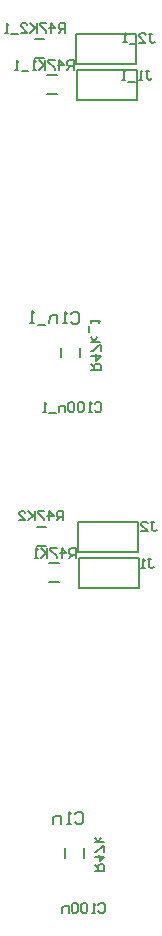
<source format=gbo>
G04 Layer_Color=32896*
%FSLAX24Y24*%
%MOIN*%
G70*
G01*
G75*
%ADD25C,0.0079*%
D25*
X-7210Y29980D02*
Y30980D01*
X-9210D02*
X-7210D01*
X-9210Y29980D02*
Y30980D01*
Y29980D02*
X-7210D01*
X-7231Y31190D02*
Y32190D01*
X-9231D02*
X-7231D01*
X-9231Y31190D02*
Y32190D01*
Y31190D02*
X-7231D01*
X-10187Y30815D02*
X-9873D01*
X-10187Y30185D02*
X-9873D01*
X-10597Y32005D02*
X-10283D01*
X-10597Y31375D02*
X-10283D01*
X-9725Y21403D02*
Y21717D01*
X-9095Y21403D02*
Y21717D01*
X-10117Y14535D02*
X-9803D01*
X-10117Y13905D02*
X-9803D01*
X-7140Y13700D02*
Y14700D01*
X-9140D02*
X-7140D01*
X-9140Y13700D02*
Y14700D01*
Y13700D02*
X-7140D01*
X-7161Y14910D02*
Y15910D01*
X-9161D02*
X-7161D01*
X-9161Y14910D02*
Y15910D01*
Y14910D02*
X-7161D01*
X-10527Y15725D02*
X-10213D01*
X-10527Y15095D02*
X-10213D01*
X-9605Y4713D02*
Y5027D01*
X-8975Y4713D02*
Y5027D01*
X-9388Y22851D02*
X-9322Y22916D01*
X-9191Y22914D01*
X-9126Y22848D01*
X-9129Y22586D01*
X-9196Y22521D01*
X-9327Y22522D01*
X-9392Y22589D01*
X-9524Y22525D02*
X-9655Y22527D01*
X-9589Y22526D01*
X-9584Y22919D01*
X-9519Y22853D01*
X-9851Y22529D02*
X-9848Y22791D01*
X-10045Y22794D01*
X-10111Y22729D01*
X-10114Y22532D01*
X-10246Y22468D02*
X-10508Y22471D01*
X-10639Y22539D02*
X-10770Y22540D01*
X-10704Y22540D01*
X-10699Y22933D01*
X-10635Y22867D01*
X-8600Y19842D02*
X-8547Y19895D01*
X-8442D01*
X-8390Y19842D01*
Y19632D01*
X-8442Y19580D01*
X-8547D01*
X-8600Y19632D01*
X-8705Y19580D02*
X-8810D01*
X-8757D01*
Y19895D01*
X-8705Y19842D01*
X-8967D02*
X-9020Y19895D01*
X-9125D01*
X-9177Y19842D01*
Y19632D01*
X-9125Y19580D01*
X-9020D01*
X-8967Y19632D01*
Y19842D01*
X-9282D02*
X-9335Y19895D01*
X-9440D01*
X-9492Y19842D01*
Y19632D01*
X-9440Y19580D01*
X-9335D01*
X-9282Y19632D01*
Y19842D01*
X-9597Y19580D02*
Y19790D01*
X-9754D01*
X-9807Y19737D01*
Y19580D01*
X-9912Y19528D02*
X-10122D01*
X-10227Y19580D02*
X-10332D01*
X-10279D01*
Y19895D01*
X-10227Y19842D01*
X-6910Y30955D02*
X-6805D01*
X-6857D01*
Y30692D01*
X-6805Y30640D01*
X-6752D01*
X-6700Y30692D01*
X-7015Y30640D02*
X-7120D01*
X-7067D01*
Y30955D01*
X-7015Y30902D01*
X-7277Y30588D02*
X-7487D01*
X-7592Y30640D02*
X-7697D01*
X-7645D01*
Y30955D01*
X-7592Y30902D01*
X-6803Y32190D02*
X-6698Y32187D01*
X-6750Y32188D01*
X-6756Y31926D01*
X-6705Y31872D01*
X-6652Y31871D01*
X-6599Y31922D01*
X-7125Y31882D02*
X-6915Y31877D01*
X-7120Y32092D01*
X-7119Y32144D01*
X-7065Y32195D01*
X-6960Y32193D01*
X-6909Y32139D01*
X-7231Y31832D02*
X-7441Y31837D01*
X-7544Y31891D02*
X-7649Y31894D01*
X-7597Y31893D01*
X-7590Y32207D01*
X-7538Y32154D01*
X-9310Y30990D02*
Y31305D01*
X-9467D01*
X-9520Y31252D01*
Y31147D01*
X-9467Y31095D01*
X-9310D01*
X-9415D02*
X-9520Y30990D01*
X-9782D02*
Y31305D01*
X-9625Y31147D01*
X-9835D01*
X-9940Y31305D02*
X-10150D01*
Y31252D01*
X-9940Y31042D01*
Y30990D01*
X-10255Y31305D02*
Y30990D01*
Y31095D01*
X-10464Y31305D01*
X-10307Y31147D01*
X-10464Y30990D01*
X-10569D02*
X-10674D01*
X-10622D01*
Y31305D01*
X-10569Y31252D01*
X-10832Y30938D02*
X-11042D01*
X-11147Y30990D02*
X-11252D01*
X-11199D01*
Y31305D01*
X-11147Y31252D01*
X-9600Y32220D02*
Y32535D01*
X-9757D01*
X-9810Y32482D01*
Y32377D01*
X-9757Y32325D01*
X-9600D01*
X-9705D02*
X-9810Y32220D01*
X-10072D02*
Y32535D01*
X-9915Y32377D01*
X-10125D01*
X-10230Y32535D02*
X-10440D01*
Y32482D01*
X-10230Y32272D01*
Y32220D01*
X-10545Y32535D02*
Y32220D01*
Y32325D01*
X-10754Y32535D01*
X-10597Y32377D01*
X-10754Y32220D01*
X-11069D02*
X-10859D01*
X-11069Y32430D01*
Y32482D01*
X-11017Y32535D01*
X-10912D01*
X-10859Y32482D01*
X-11174Y32168D02*
X-11384D01*
X-11489Y32220D02*
X-11594D01*
X-11542D01*
Y32535D01*
X-11489Y32482D01*
X-8720Y20970D02*
X-8405Y20973D01*
X-8406Y21130D01*
X-8459Y21182D01*
X-8564Y21181D01*
X-8616Y21128D01*
X-8615Y20971D01*
X-8616Y21076D02*
X-8722Y21180D01*
X-8724Y21442D02*
X-8409Y21445D01*
X-8565Y21286D01*
X-8567Y21496D01*
X-8410Y21602D02*
X-8412Y21812D01*
X-8464Y21812D01*
X-8673Y21600D01*
X-8725Y21600D01*
X-8728Y21915D02*
X-8413Y21917D01*
X-8623Y21915D02*
X-8519Y22074D01*
X-8623Y21915D02*
X-8729Y22072D01*
X-8783Y22229D02*
X-8784Y22439D01*
X-8733Y22544D02*
X-8734Y22649D01*
X-8733Y22597D01*
X-8418Y22599D01*
X-8470Y22546D01*
X-8600Y4280D02*
X-8285Y4283D01*
X-8286Y4440D01*
X-8339Y4492D01*
X-8444Y4491D01*
X-8496Y4438D01*
X-8495Y4281D01*
X-8496Y4386D02*
X-8602Y4490D01*
X-8604Y4752D02*
X-8289Y4755D01*
X-8445Y4596D01*
X-8447Y4806D01*
X-8290Y4912D02*
X-8292Y5122D01*
X-8344Y5122D01*
X-8553Y4910D01*
X-8605Y4910D01*
X-8608Y5225D02*
X-8293Y5227D01*
X-8503Y5225D02*
X-8399Y5384D01*
X-8503Y5225D02*
X-8609Y5382D01*
X-8480Y3152D02*
X-8427Y3205D01*
X-8322D01*
X-8270Y3152D01*
Y2942D01*
X-8322Y2890D01*
X-8427D01*
X-8480Y2942D01*
X-8585Y2890D02*
X-8690D01*
X-8637D01*
Y3205D01*
X-8585Y3152D01*
X-8847D02*
X-8900Y3205D01*
X-9005D01*
X-9057Y3152D01*
Y2942D01*
X-9005Y2890D01*
X-8900D01*
X-8847Y2942D01*
Y3152D01*
X-9162D02*
X-9215Y3205D01*
X-9320D01*
X-9372Y3152D01*
Y2942D01*
X-9320Y2890D01*
X-9215D01*
X-9162Y2942D01*
Y3152D01*
X-9477Y2890D02*
Y3100D01*
X-9634D01*
X-9687Y3047D01*
Y2890D01*
X-9268Y6161D02*
X-9202Y6226D01*
X-9071Y6224D01*
X-9006Y6158D01*
X-9009Y5896D01*
X-9076Y5831D01*
X-9207Y5832D01*
X-9272Y5899D01*
X-9404Y5835D02*
X-9535Y5836D01*
X-9469Y5836D01*
X-9464Y6229D01*
X-9399Y6163D01*
X-9732Y5839D02*
X-9728Y6101D01*
X-9925Y6104D01*
X-9991Y6039D01*
X-9994Y5842D01*
X-9660Y15960D02*
Y16275D01*
X-9817D01*
X-9870Y16222D01*
Y16117D01*
X-9817Y16065D01*
X-9660D01*
X-9765D02*
X-9870Y15960D01*
X-10132D02*
Y16275D01*
X-9975Y16117D01*
X-10185D01*
X-10290Y16275D02*
X-10500D01*
Y16222D01*
X-10290Y16012D01*
Y15960D01*
X-10605Y16275D02*
Y15960D01*
Y16065D01*
X-10814Y16275D01*
X-10657Y16117D01*
X-10814Y15960D01*
X-11129D02*
X-10919D01*
X-11129Y16170D01*
Y16222D01*
X-11077Y16275D01*
X-10972D01*
X-10919Y16222D01*
X-9240Y14710D02*
Y15025D01*
X-9397D01*
X-9450Y14972D01*
Y14867D01*
X-9397Y14815D01*
X-9240D01*
X-9345D02*
X-9450Y14710D01*
X-9712D02*
Y15025D01*
X-9555Y14867D01*
X-9765D01*
X-9870Y15025D02*
X-10080D01*
Y14972D01*
X-9870Y14762D01*
Y14710D01*
X-10185Y15025D02*
Y14710D01*
Y14815D01*
X-10394Y15025D01*
X-10237Y14867D01*
X-10394Y14710D01*
X-10499D02*
X-10604D01*
X-10552D01*
Y15025D01*
X-10499Y14972D01*
X-6733Y15910D02*
X-6628Y15907D01*
X-6680Y15908D01*
X-6686Y15646D01*
X-6635Y15592D01*
X-6582Y15591D01*
X-6529Y15642D01*
X-7055Y15602D02*
X-6845Y15597D01*
X-7050Y15812D01*
X-7049Y15864D01*
X-6995Y15915D01*
X-6890Y15913D01*
X-6839Y15859D01*
X-6840Y14675D02*
X-6735D01*
X-6787D01*
Y14412D01*
X-6735Y14360D01*
X-6682D01*
X-6630Y14412D01*
X-6945Y14360D02*
X-7050D01*
X-6997D01*
Y14675D01*
X-6945Y14622D01*
M02*

</source>
